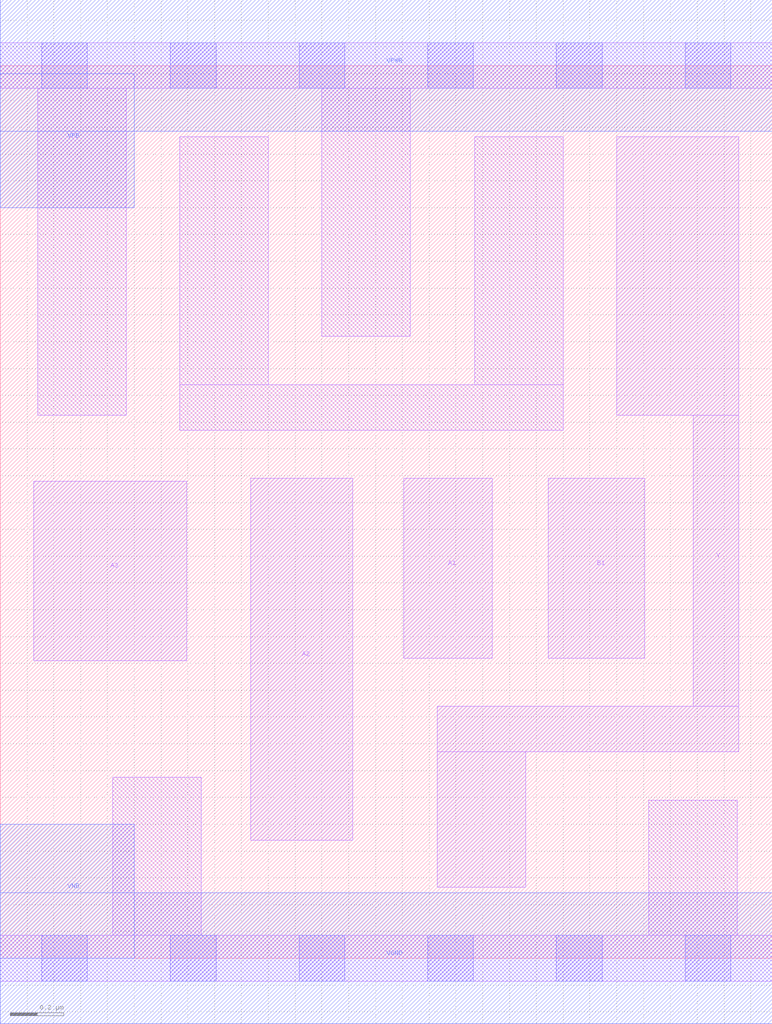
<source format=lef>
# Copyright 2020 The SkyWater PDK Authors
#
# Licensed under the Apache License, Version 2.0 (the "License");
# you may not use this file except in compliance with the License.
# You may obtain a copy of the License at
#
#     https://www.apache.org/licenses/LICENSE-2.0
#
# Unless required by applicable law or agreed to in writing, software
# distributed under the License is distributed on an "AS IS" BASIS,
# WITHOUT WARRANTIES OR CONDITIONS OF ANY KIND, either express or implied.
# See the License for the specific language governing permissions and
# limitations under the License.
#
# SPDX-License-Identifier: Apache-2.0

VERSION 5.5 ;
NAMESCASESENSITIVE ON ;
BUSBITCHARS "[]" ;
DIVIDERCHAR "/" ;
MACRO sky130_fd_sc_lp__a31oi_lp
  CLASS CORE ;
  SOURCE USER ;
  ORIGIN  0.000000  0.000000 ;
  SIZE  2.880000 BY  3.330000 ;
  SYMMETRY X Y R90 ;
  SITE unit ;
  PIN A1
    ANTENNAGATEAREA  0.313000 ;
    DIRECTION INPUT ;
    USE SIGNAL ;
    PORT
      LAYER li1 ;
        RECT 1.505000 1.120000 1.835000 1.790000 ;
    END
  END A1
  PIN A2
    ANTENNAGATEAREA  0.313000 ;
    DIRECTION INPUT ;
    USE SIGNAL ;
    PORT
      LAYER li1 ;
        RECT 0.935000 0.440000 1.315000 1.790000 ;
    END
  END A2
  PIN A3
    ANTENNAGATEAREA  0.313000 ;
    DIRECTION INPUT ;
    USE SIGNAL ;
    PORT
      LAYER li1 ;
        RECT 0.125000 1.110000 0.695000 1.780000 ;
    END
  END A3
  PIN B1
    ANTENNAGATEAREA  0.376000 ;
    DIRECTION INPUT ;
    USE SIGNAL ;
    PORT
      LAYER li1 ;
        RECT 2.045000 1.120000 2.405000 1.790000 ;
    END
  END B1
  PIN Y
    ANTENNADIFFAREA  0.402600 ;
    DIRECTION OUTPUT ;
    USE SIGNAL ;
    PORT
      LAYER li1 ;
        RECT 1.630000 0.265000 1.960000 0.770000 ;
        RECT 1.630000 0.770000 2.755000 0.940000 ;
        RECT 2.300000 2.025000 2.755000 3.065000 ;
        RECT 2.585000 0.940000 2.755000 2.025000 ;
    END
  END Y
  PIN VGND
    DIRECTION INOUT ;
    USE GROUND ;
    PORT
      LAYER met1 ;
        RECT 0.000000 -0.245000 2.880000 0.245000 ;
    END
  END VGND
  PIN VNB
    DIRECTION INOUT ;
    USE GROUND ;
    PORT
      LAYER met1 ;
        RECT 0.000000 0.000000 0.500000 0.500000 ;
    END
  END VNB
  PIN VPB
    DIRECTION INOUT ;
    USE POWER ;
    PORT
      LAYER met1 ;
        RECT 0.000000 2.800000 0.500000 3.300000 ;
    END
  END VPB
  PIN VPWR
    DIRECTION INOUT ;
    USE POWER ;
    PORT
      LAYER met1 ;
        RECT 0.000000 3.085000 2.880000 3.575000 ;
    END
  END VPWR
  OBS
    LAYER li1 ;
      RECT 0.000000 -0.085000 2.880000 0.085000 ;
      RECT 0.000000  3.245000 2.880000 3.415000 ;
      RECT 0.140000  2.025000 0.470000 3.245000 ;
      RECT 0.420000  0.085000 0.750000 0.675000 ;
      RECT 0.670000  1.970000 2.100000 2.140000 ;
      RECT 0.670000  2.140000 1.000000 3.065000 ;
      RECT 1.200000  2.320000 1.530000 3.245000 ;
      RECT 1.770000  2.140000 2.100000 3.065000 ;
      RECT 2.420000  0.085000 2.750000 0.590000 ;
    LAYER mcon ;
      RECT 0.155000 -0.085000 0.325000 0.085000 ;
      RECT 0.155000  3.245000 0.325000 3.415000 ;
      RECT 0.635000 -0.085000 0.805000 0.085000 ;
      RECT 0.635000  3.245000 0.805000 3.415000 ;
      RECT 1.115000 -0.085000 1.285000 0.085000 ;
      RECT 1.115000  3.245000 1.285000 3.415000 ;
      RECT 1.595000 -0.085000 1.765000 0.085000 ;
      RECT 1.595000  3.245000 1.765000 3.415000 ;
      RECT 2.075000 -0.085000 2.245000 0.085000 ;
      RECT 2.075000  3.245000 2.245000 3.415000 ;
      RECT 2.555000 -0.085000 2.725000 0.085000 ;
      RECT 2.555000  3.245000 2.725000 3.415000 ;
  END
END sky130_fd_sc_lp__a31oi_lp
END LIBRARY

</source>
